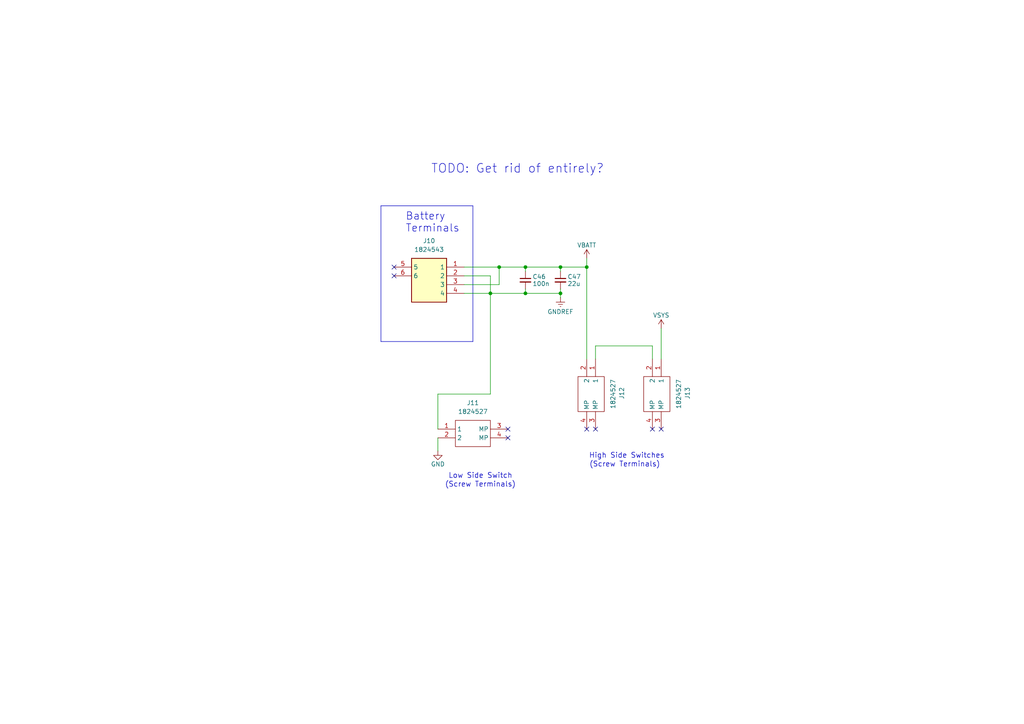
<source format=kicad_sch>
(kicad_sch (version 20231120) (generator "eeschema") (generator_version "8.0")
  (paper "A4")
  (title_block (title "Argus Mainboard") (date "2024-11-19") (rev "v2.1") (company "Carnegie Mellon University") (comment 1 "M. Holliday") (comment 2 "N. Khera") (comment 3 "V. Rajesh"))
  (lib_symbols
    (symbol "Argus-Connectors:1824543"
      (property "Reference" "J" (at 16.51 7.62 0))
      (property "Value" "1824543" (at 16.51 5.08 0))
      (symbol "1824543_1_1"
        (rectangle (start 5.08 2.54) (end 15.24 -10.16) (stroke (width 0.254)) (fill (type background)))
        (pin passive line (at 20.32 0 180) (length 5.08) (name "1") (number "1"))
        (pin passive line (at 20.32 -2.54 180) (length 5.08) (name "2") (number "2"))
        (pin passive line (at 20.32 -5.08 180) (length 5.08) (name "3") (number "3"))
        (pin passive line (at 20.32 -7.62 180) (length 5.08) (name "4") (number "4"))
        (pin passive line (at 0 0 0) (length 5.08) (name "5") (number "5"))
        (pin passive line (at 0 -2.54 0) (length 5.08) (name "6") (number "6"))
      )
    )
    (symbol "Device:C_Small" (pin_numbers hide) (pin_names (offset 0.254) hide)
      (property "Reference" "C" (at 0.254 1.778 0))
      (property "Value" "C_Small" (at 0.254 -2.032 0))
      (symbol "C_Small_0_1"
        (polyline (pts (xy -1.524 -0.508) (xy 1.524 -0.508)) (stroke (width 0.3302)))
        (polyline (pts (xy -1.524 0.508) (xy 1.524 0.508)) (stroke (width 0.3048)))
      )
      (symbol "C_Small_1_1"
        (pin passive line (at 0 2.54 270) (length 2.032) (name "~") (number "1"))
        (pin passive line (at 0 -2.54 90) (length 2.032) (name "~") (number "2"))
      )
    )
    (symbol "MainBoard:1824527"
      (property "Reference" "J" (at 16.51 7.62 0))
      (property "Value" "1824527" (at 16.51 5.08 0))
      (symbol "1824527_0_1"
        (rectangle (start 5.08 2.54) (end 15.24 -5.08))
      )
      (symbol "1824527_1_1"
        (pin passive line (at 0 0 0) (length 5.08) (name "1") (number "1"))
        (pin passive line (at 0 -2.54 0) (length 5.08) (name "2") (number "2"))
        (pin passive line (at 20.32 0 180) (length 5.08) (name "MP") (number "3"))
        (pin passive line (at 20.32 -2.54 180) (length 5.08) (name "MP") (number "4"))
      )
    )
    (symbol "power:+BATT" (power) (pin_numbers hide) (pin_names (offset 0) hide)
      (property "Value" "+BATT" (at 0 3.556 0))
      (symbol "+BATT_0_1"
        (polyline (pts (xy -0.762 1.27) (xy 0 2.54)))
        (polyline (pts (xy 0 0) (xy 0 2.54)))
        (polyline (pts (xy 0 2.54) (xy 0.762 1.27)))
      )
      (symbol "+BATT_1_1"
        (pin power_in line (at 0 0 90) (length 0) (name "~") (number "1"))
      )
    )
    (symbol "power:GND" (power) (pin_numbers hide) (pin_names (offset 0) hide)
      (property "Value" "GND" (at 0 -3.81 0))
      (symbol "GND_0_1"
        (polyline (pts (xy 0 0) (xy 0 -1.27) (xy 1.27 -1.27) (xy 0 -2.54) (xy -1.27 -1.27) (xy 0 -1.27)))
      )
      (symbol "GND_1_1"
        (pin power_in line (at 0 0 270) (length 0) (name "~") (number "1"))
      )
    )
    (symbol "power:GNDREF" (power) (pin_numbers hide) (pin_names (offset 0) hide)
      (property "Value" "GNDREF" (at 0 -3.81 0))
      (symbol "GNDREF_0_1"
        (polyline (pts (xy -0.635 -1.905) (xy 0.635 -1.905)))
        (polyline (pts (xy -0.127 -2.54) (xy 0.127 -2.54)))
        (polyline (pts (xy 0 -1.27) (xy 0 0)))
        (polyline (pts (xy 1.27 -1.27) (xy -1.27 -1.27)))
      )
      (symbol "GNDREF_1_1"
        (pin power_in line (at 0 0 270) (length 0) (name "~") (number "1"))
      )
    )
  )
  (junction (at 152.4 77.47))
  (junction (at 144.78 77.47))
  (junction (at 142.24 85.09))
  (junction (at 162.56 77.47))
  (junction (at 152.4 85.09))
  (junction (at 162.56 85.09))
  (junction (at 170.18 77.47))
  (no_connect (at 191.77 124.46))
  (no_connect (at 170.18 124.46))
  (no_connect (at 189.23 124.46))
  (no_connect (at 172.72 124.46))
  (no_connect (at 147.32 127))
  (no_connect (at 114.3 80.01))
  (no_connect (at 114.3 77.47))
  (no_connect (at 147.32 124.46))
  (wire (pts (xy 134.62 80.01) (xy 142.24 80.01)))
  (wire (pts (xy 162.56 85.09) (xy 162.56 83.82)))
  (wire (pts (xy 144.78 77.47) (xy 152.4 77.47)))
  (wire (pts (xy 134.62 77.47) (xy 144.78 77.47)))
  (wire (pts (xy 134.62 85.09) (xy 142.24 85.09)))
  (wire (pts (xy 162.56 86.36) (xy 162.56 85.09)))
  (polyline (pts (xy 110.49 99.06) (xy 137.16 99.06)))
  (wire (pts (xy 127 127) (xy 127 130.81)))
  (wire (pts (xy 189.23 100.33) (xy 189.23 104.14)))
  (wire (pts (xy 152.4 83.82) (xy 152.4 85.09)))
  (wire (pts (xy 134.62 82.55) (xy 144.78 82.55)))
  (wire (pts (xy 172.72 100.33) (xy 172.72 104.14)))
  (wire (pts (xy 172.72 100.33) (xy 189.23 100.33)))
  (wire (pts (xy 152.4 78.74) (xy 152.4 77.47)))
  (wire (pts (xy 162.56 78.74) (xy 162.56 77.47)))
  (wire (pts (xy 152.4 85.09) (xy 162.56 85.09)))
  (wire (pts (xy 170.18 74.93) (xy 170.18 77.47)))
  (wire (pts (xy 191.77 95.25) (xy 191.77 104.14)))
  (wire (pts (xy 144.78 77.47) (xy 144.78 82.55)))
  (polyline (pts (xy 110.49 59.69) (xy 137.16 59.69)))
  (wire (pts (xy 162.56 77.47) (xy 170.18 77.47)))
  (polyline (pts (xy 110.49 99.06) (xy 110.49 59.69)))
  (wire (pts (xy 142.24 85.09) (xy 142.24 114.3)))
  (wire (pts (xy 127 114.3) (xy 142.24 114.3)))
  (wire (pts (xy 142.24 85.09) (xy 152.4 85.09)))
  (wire (pts (xy 152.4 77.47) (xy 162.56 77.47)))
  (wire (pts (xy 142.24 80.01) (xy 142.24 85.09)))
  (wire (pts (xy 170.18 77.47) (xy 170.18 104.14)))
  (polyline (pts (xy 137.16 99.06) (xy 137.16 59.69)))
  (wire (pts (xy 127 124.46) (xy 127 114.3)))
  (text "(Screw Terminals)" (at 191.516 135.636 0) (effects (font (size 1.4986 1.4986)) (justify right bottom)))
  (text "High Side Switches" (at 192.786 133.096 0) (effects (font (size 1.4986 1.4986)) (justify right bottom)))
  (text "Low Side Switch" (at 130.048 138.938 0) (effects (font (size 1.4986 1.4986)) (justify left bottom)))
  (text "TODO: Get rid of entirely?" (at 150.114 49.022 0) (effects (font (size 2.54 2.54))))
  (text "(Screw Terminals)" (at 129.032 141.478 0) (effects (font (size 1.4986 1.4986)) (justify left bottom)))
  (text "Battery\nTerminals" (at 117.602 67.564 0) (effects (font (size 2.159 2.159)) (justify left bottom)))
  (symbol (lib_id "power:GNDREF") (at 162.56 86.36 0) (unit 1)
    (property "Reference" "#PWR0113" (effects (hide yes)))
    (property "Value" "GNDREF" (at 162.56 90.424 0))
    (property "Description" "Power symbol creates a global label with name \"GNDREF\" , reference supply ground" (effects (hide yes)))
  )
  (symbol (lib_id "MainBoard:1824527") (at 127 124.46 0) (unit 1)
    (property "Reference" "J11" (at 137.16 116.84 0))
    (property "Value" "1824527" (at 137.16 119.38 0))
    (property "Footprint" "Argus-Connectors:1823638" (effects (hide yes)))
    (property "Datasheet" "http://www.phoenixcontact.com/de/produkte/1824527/pdf" (effects (hide yes)))
    (property "Description" "PCB terminal block, nominal current: 13.5 A, rated voltage (III/2): 160 V, nominal cross section: 1.5 mm?, Number of potentials: 2, Number of rows: 1, Number of positions per row: 2, product range: SPT 1,5/..-H-SMD, pitch: 3.5 mm, connection method: Push-in spring connection, mounting: SMD soldering, conductor/PCB connection direction: 0 ?, color: black, Pin layout: Linear pad geometry, Solder pin [P]: 2 mm, type of packaging: 24 mm wide tape. Sample values available under SAMPLE SPT..." (effects (hide yes)))
    (property "Height" "7.85" (effects (hide yes)))
    (property "Mouser Part Number" "651-1824527" (effects (hide yes)))
    (property "Mouser Price/Stock" "https://www.mouser.co.uk/ProductDetail/Phoenix-Contact/1824527?qs=GaJ26EWJkZQD9eY6ALrVBw%3D%3D" (effects (hide yes)))
    (property "Manufacturer_Name" "Phoenix Contact" (effects (hide yes)))
    (property "Manufacturer_Part_Number" "1824527" (effects (hide yes)))
  )
  (symbol (lib_id "Device:C_Small") (at 152.4 81.28 0) (unit 1)
    (property "Reference" "C46" (at 154.432 80.264 0) (effects (justify left)))
    (property "Value" "100n" (at 154.432 82.296 0) (effects (justify left)))
    (property "Footprint" "Capacitor_SMD:C_0603_1608Metric" (effects (hide yes)))
    (property "Description" "0.1uF +-10% 50V X7R 0603" (effects (hide yes)))
  )
  (symbol (lib_id "power:GND") (at 127 130.81 0) (unit 1)
    (property "Reference" "#PWR0110" (effects (hide yes)))
    (property "Value" "GND" (at 127 134.62 0))
    (property "Description" "Power symbol creates a global label with name \"GND\" , ground" (effects (hide yes)))
  )
  (symbol (lib_id "power:+BATT") (at 191.77 95.25 0) (unit 1)
    (property "Reference" "#PWR0116" (effects (hide yes)))
    (property "Value" "VSYS" (at 191.77 91.44 0))
    (property "Description" "Power symbol creates a global label with name \"+BATT\"" (effects (hide yes)))
  )
  (symbol (lib_id "power:+BATT") (at 170.18 74.93 0) (unit 1)
    (property "Reference" "#PWR0114" (effects (hide yes)))
    (property "Value" "VBATT" (at 170.18 71.12 0))
    (property "Description" "Power symbol creates a global label with name \"+BATT\"" (effects (hide yes)))
  )
  (symbol (lib_id "Argus-Connectors:1824543") (at 114.3 77.47 0) (unit 1)
    (property "Reference" "J10" (at 124.46 69.85 0))
    (property "Value" "1824543" (at 124.46 72.39 0))
    (property "Footprint" "Argus-Connectors:1823654" (effects (hide yes)))
    (property "Datasheet" "http://www.phoenixcontact.com/de/produkte/1824543/pdf" (effects (hide yes)))
    (property "Description" "PCB terminal block, nominal current: 13.5 A, rated voltage (III/2): 160 V, nominal cross section: 1.5 mm?, Number of potentials: 4, Number of rows: 1, Number of positions per row: 4, product range: SPT 1,5/..-H-SMD, pitch: 3.5 mm, connection method: Push-in spring connection, mounting: SMD soldering, conductor/PCB connection direction: 0 ?, color: black, Pin layout: Linear pad geometry, Solder pin [P]: 2 mm, type of packaging: 44 mm wide tape. Sample values available under SAMPLE SPT..." (effects (hide yes)))
    (property "Height" "7.85" (effects (hide yes)))
    (property "Manufacturer_Name" "Phoenix Contact" (effects (hide yes)))
    (property "Manufacturer_Part_Number" "1824543" (effects (hide yes)))
    (property "Mouser Part Number" "651-1824543" (effects (hide yes)))
    (property "Mouser Price/Stock" "https://www.mouser.co.uk/ProductDetail/Phoenix-Contact/1824543?qs=GaJ26EWJkZQ%252BT6XS11%252BqCA%3D%3D" (effects (hide yes)))
    (property "Arrow Part Number" "1824543" (effects (hide yes)))
    (property "Arrow Price/Stock" "https://www.arrow.com/en/products/1824543/phoenix-contact" (effects (hide yes)))
  )
  (symbol (lib_id "MainBoard:1824527") (at 191.77 104.14 270) (unit 1)
    (property "Reference" "J13" (at 199.39 114.046 0))
    (property "Value" "1824527" (at 196.85 114.3 0))
    (property "Footprint" "Argus-Connectors:1823638" (effects (hide yes)))
    (property "Datasheet" "http://www.phoenixcontact.com/de/produkte/1824527/pdf" (effects (hide yes)))
    (property "Description" "PCB terminal block, nominal current: 13.5 A, rated voltage (III/2): 160 V, nominal cross section: 1.5 mm?, Number of potentials: 2, Number of rows: 1, Number of positions per row: 2, product range: SPT 1,5/..-H-SMD, pitch: 3.5 mm, connection method: Push-in spring connection, mounting: SMD soldering, conductor/PCB connection direction: 0 ?, color: black, Pin layout: Linear pad geometry, Solder pin [P]: 2 mm, type of packaging: 24 mm wide tape. Sample values available under SAMPLE SPT..." (effects (hide yes)))
    (property "Height" "7.85" (effects (hide yes)))
    (property "Mouser Part Number" "651-1824527" (effects (hide yes)))
    (property "Mouser Price/Stock" "https://www.mouser.co.uk/ProductDetail/Phoenix-Contact/1824527?qs=GaJ26EWJkZQD9eY6ALrVBw%3D%3D" (effects (hide yes)))
    (property "Manufacturer_Name" "Phoenix Contact" (effects (hide yes)))
    (property "Manufacturer_Part_Number" "1824527" (effects (hide yes)))
  )
  (symbol (lib_id "Device:C_Small") (at 162.56 81.28 0) (unit 1)
    (property "Reference" "C47" (at 164.592 80.264 0) (effects (justify left)))
    (property "Value" "22u" (at 164.592 82.296 0) (effects (justify left)))
    (property "Footprint" "Capacitor_SMD:C_0603_1608Metric" (effects (hide yes)))
    (property "Description" "22uF +-20% 10V X5R" (effects (hide yes)))
  )
  (symbol (lib_id "MainBoard:1824527") (at 172.72 104.14 270) (unit 1)
    (property "Reference" "J12" (at 180.34 114.046 0))
    (property "Value" "1824527" (at 177.8 114.3 0))
    (property "Footprint" "Argus-Connectors:1823638" (effects (hide yes)))
    (property "Datasheet" "http://www.phoenixcontact.com/de/produkte/1824527/pdf" (effects (hide yes)))
    (property "Description" "PCB terminal block, nominal current: 13.5 A, rated voltage (III/2): 160 V, nominal cross section: 1.5 mm?, Number of potentials: 2, Number of rows: 1, Number of positions per row: 2, product range: SPT 1,5/..-H-SMD, pitch: 3.5 mm, connection method: Push-in spring connection, mounting: SMD soldering, conductor/PCB connection direction: 0 ?, color: black, Pin layout: Linear pad geometry, Solder pin [P]: 2 mm, type of packaging: 24 mm wide tape. Sample values available under SAMPLE SPT..." (effects (hide yes)))
    (property "Height" "7.85" (effects (hide yes)))
    (property "Mouser Part Number" "651-1824527" (effects (hide yes)))
    (property "Mouser Price/Stock" "https://www.mouser.co.uk/ProductDetail/Phoenix-Contact/1824527?qs=GaJ26EWJkZQD9eY6ALrVBw%3D%3D" (effects (hide yes)))
    (property "Manufacturer_Name" "Phoenix Contact" (effects (hide yes)))
    (property "Manufacturer_Part_Number" "1824527" (effects (hide yes)))
  )
)
</source>
